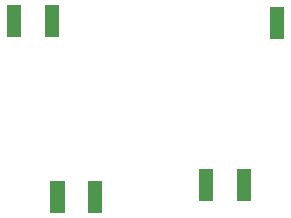
<source format=gbp>
G04 Layer: BottomPasteMaskLayer*
G04 EasyEDA v6.4.19.4, 2021-06-26T11:34:46+02:00*
G04 Gerber Generator version 0.2*
G04 Scale: 100 percent, Rotated: No, Reflected: No *
G04 Dimensions in inches *
G04 leading zeros omitted , absolute positions ,3 integer and 6 decimal *
%FSLAX36Y36*%
%MOIN*%

%ADD10C,0.0001*%

%LPD*%
G36*
X1291616Y2533150D02*
G01*
X1244372Y2533150D01*
X1244372Y2426849D01*
X1291616Y2426849D01*
G37*
G36*
X415627Y2538150D02*
G01*
X368383Y2538150D01*
X368383Y2431849D01*
X415627Y2431849D01*
G37*
G36*
X541616Y2538150D02*
G01*
X494372Y2538150D01*
X494372Y2431849D01*
X541616Y2431849D01*
G37*
G36*
X639372Y1846849D02*
G01*
X686616Y1846849D01*
X686616Y1953150D01*
X639372Y1953150D01*
G37*
G36*
X513383Y1846849D02*
G01*
X560627Y1846849D01*
X560627Y1953150D01*
X513383Y1953150D01*
G37*
G36*
X1055627Y1993150D02*
G01*
X1008383Y1993150D01*
X1008383Y1886849D01*
X1055627Y1886849D01*
G37*
G36*
X1181616Y1993150D02*
G01*
X1134372Y1993150D01*
X1134372Y1886849D01*
X1181616Y1886849D01*
G37*
M02*

</source>
